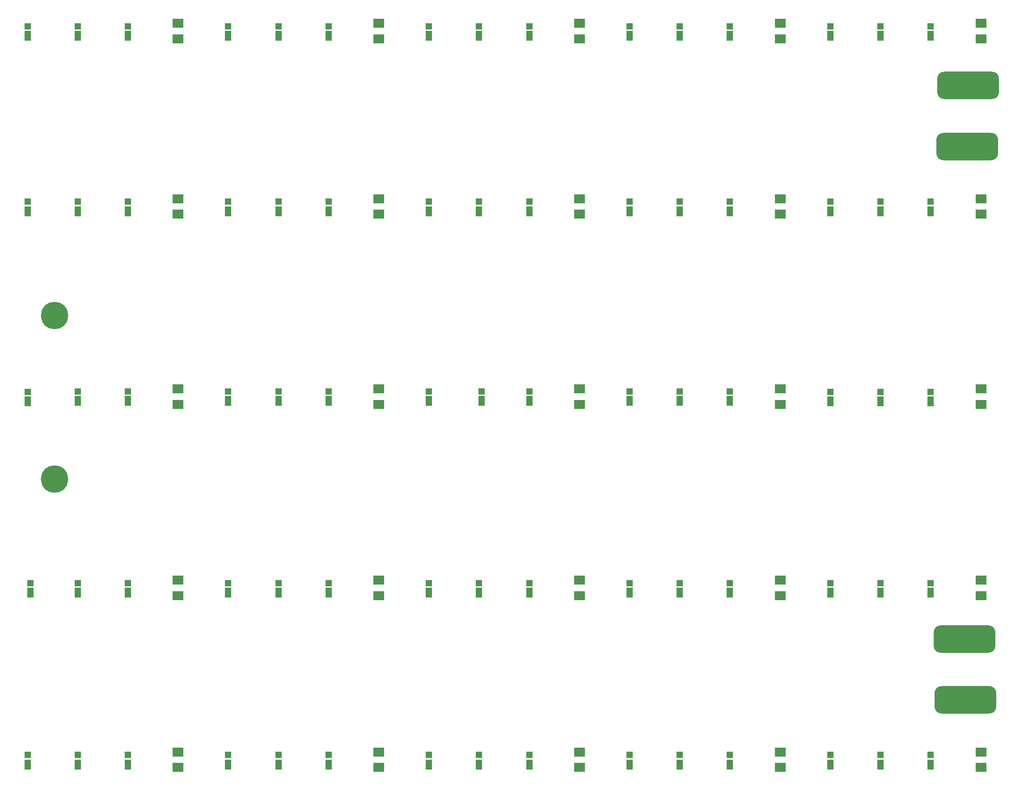
<source format=gts>
G04*
G04 #@! TF.GenerationSoftware,Altium Limited,Altium Designer,21.9.1 (22)*
G04*
G04 Layer_Color=8388736*
%FSLAX25Y25*%
%MOIN*%
G70*
G04*
G04 #@! TF.SameCoordinates,A70FD659-B22A-45BA-B102-ADB4057F9A3D*
G04*
G04*
G04 #@! TF.FilePolarity,Negative*
G04*
G01*
G75*
%ADD15R,0.04737X0.04737*%
%ADD16R,0.04737X0.07493*%
%ADD17R,0.08280X0.06902*%
G04:AMPARAMS|DCode=18|XSize=204.85mil|YSize=460.76mil|CornerRadius=53.21mil|HoleSize=0mil|Usage=FLASHONLY|Rotation=90.000|XOffset=0mil|YOffset=0mil|HoleType=Round|Shape=RoundedRectangle|*
%AMROUNDEDRECTD18*
21,1,0.20485,0.35433,0,0,90.0*
21,1,0.09843,0.46076,0,0,90.0*
1,1,0.10642,0.17717,0.04921*
1,1,0.10642,0.17717,-0.04921*
1,1,0.10642,-0.17717,-0.04921*
1,1,0.10642,-0.17717,0.04921*
%
%ADD18ROUNDEDRECTD18*%
%ADD19C,0.20485*%
D15*
X308008Y1062067D02*
D03*
X270606D02*
D03*
X121000D02*
D03*
X158402D02*
D03*
X195803D02*
D03*
X345409D02*
D03*
X794228D02*
D03*
X644622D02*
D03*
X457614D02*
D03*
X420213D02*
D03*
X719425D02*
D03*
X569819D02*
D03*
X495016D02*
D03*
X607221D02*
D03*
X756827D02*
D03*
X121000Y931327D02*
D03*
X195803D02*
D03*
X158402D02*
D03*
X308008D02*
D03*
X270606D02*
D03*
X345409D02*
D03*
X719425D02*
D03*
X644622D02*
D03*
X607221D02*
D03*
X756827D02*
D03*
X794228D02*
D03*
X569819D02*
D03*
X420213D02*
D03*
X457614D02*
D03*
X495016D02*
D03*
X794228Y518642D02*
D03*
X756827D02*
D03*
X719425D02*
D03*
X644622D02*
D03*
X607221D02*
D03*
X569819D02*
D03*
X495016D02*
D03*
X457614D02*
D03*
X420213D02*
D03*
X345409D02*
D03*
X308008D02*
D03*
X270606D02*
D03*
X195803D02*
D03*
X158402D02*
D03*
X121000D02*
D03*
X794228Y646787D02*
D03*
X756827D02*
D03*
X719425D02*
D03*
X644622D02*
D03*
X607221D02*
D03*
X569819D02*
D03*
X495016D02*
D03*
X457614D02*
D03*
X420213D02*
D03*
X345409D02*
D03*
X308008D02*
D03*
X270606D02*
D03*
X195803D02*
D03*
X158402D02*
D03*
X122957D02*
D03*
X794228Y789504D02*
D03*
X756827D02*
D03*
X719425D02*
D03*
X644622Y789898D02*
D03*
X607221D02*
D03*
X569819D02*
D03*
X495016D02*
D03*
X459583D02*
D03*
X420213D02*
D03*
X345409D02*
D03*
X308008D02*
D03*
X270606D02*
D03*
X195803D02*
D03*
X158402D02*
D03*
X121000Y789504D02*
D03*
D16*
X308008Y1054980D02*
D03*
X270606D02*
D03*
X121000D02*
D03*
X158402D02*
D03*
X195803D02*
D03*
X345409D02*
D03*
X794228D02*
D03*
X644622D02*
D03*
X457614D02*
D03*
X420213D02*
D03*
X719425D02*
D03*
X569819D02*
D03*
X495016D02*
D03*
X607221D02*
D03*
X756827D02*
D03*
X121000Y924240D02*
D03*
X195803D02*
D03*
X158402D02*
D03*
X308008D02*
D03*
X270606D02*
D03*
X345409D02*
D03*
X719425D02*
D03*
X644622D02*
D03*
X607221D02*
D03*
X756827D02*
D03*
X794228D02*
D03*
X569819D02*
D03*
X420213D02*
D03*
X457614D02*
D03*
X495016D02*
D03*
X794228Y511555D02*
D03*
X756827D02*
D03*
X719425D02*
D03*
X644622D02*
D03*
X607221D02*
D03*
X569819D02*
D03*
X495016D02*
D03*
X457614D02*
D03*
X420213D02*
D03*
X345409D02*
D03*
X308008D02*
D03*
X270606D02*
D03*
X195803D02*
D03*
X158402D02*
D03*
X121000D02*
D03*
X794228Y639701D02*
D03*
X756827D02*
D03*
X719425D02*
D03*
X644622D02*
D03*
X607221D02*
D03*
X569819D02*
D03*
X495016D02*
D03*
X457614D02*
D03*
X420213D02*
D03*
X345409D02*
D03*
X308008D02*
D03*
X270606D02*
D03*
X195803D02*
D03*
X158402D02*
D03*
X122957D02*
D03*
X794228Y782417D02*
D03*
X756827D02*
D03*
X719425D02*
D03*
X644622Y782811D02*
D03*
X607221D02*
D03*
X569819D02*
D03*
X495016D02*
D03*
X459583D02*
D03*
X420213D02*
D03*
X345409D02*
D03*
X308008D02*
D03*
X270606D02*
D03*
X195803D02*
D03*
X158402D02*
D03*
X121000Y782417D02*
D03*
D17*
X233205Y1052717D02*
D03*
Y1064331D02*
D03*
X831630Y1052717D02*
D03*
Y1064331D02*
D03*
X382811Y1052717D02*
D03*
Y1064331D02*
D03*
X682024Y1052717D02*
D03*
Y1064331D02*
D03*
X532417Y1052717D02*
D03*
Y1064331D02*
D03*
X233205Y921976D02*
D03*
Y933591D02*
D03*
X831630Y921976D02*
D03*
Y933591D02*
D03*
X532417Y921976D02*
D03*
Y933591D02*
D03*
X382811Y921976D02*
D03*
Y933591D02*
D03*
X682024Y921976D02*
D03*
Y933591D02*
D03*
X831630Y509291D02*
D03*
Y520905D02*
D03*
X682024Y509291D02*
D03*
Y520905D02*
D03*
X532417Y509291D02*
D03*
Y520905D02*
D03*
X382811Y509291D02*
D03*
Y520905D02*
D03*
X233205Y509291D02*
D03*
Y520905D02*
D03*
X831630Y637437D02*
D03*
Y649051D02*
D03*
X682024Y637437D02*
D03*
Y649051D02*
D03*
X532417Y637437D02*
D03*
Y649051D02*
D03*
X382811Y637437D02*
D03*
Y649051D02*
D03*
X233205Y637437D02*
D03*
Y649051D02*
D03*
X831630Y780154D02*
D03*
Y791768D02*
D03*
X682024Y780154D02*
D03*
Y791768D02*
D03*
X532417Y780154D02*
D03*
Y791768D02*
D03*
X382811Y780154D02*
D03*
Y791768D02*
D03*
X233205Y780154D02*
D03*
Y791768D02*
D03*
D18*
X819579Y605278D02*
D03*
X820025Y559660D02*
D03*
X822000Y1018000D02*
D03*
X821554Y972382D02*
D03*
D19*
X141118Y724554D02*
D03*
X141000Y846500D02*
D03*
M02*

</source>
